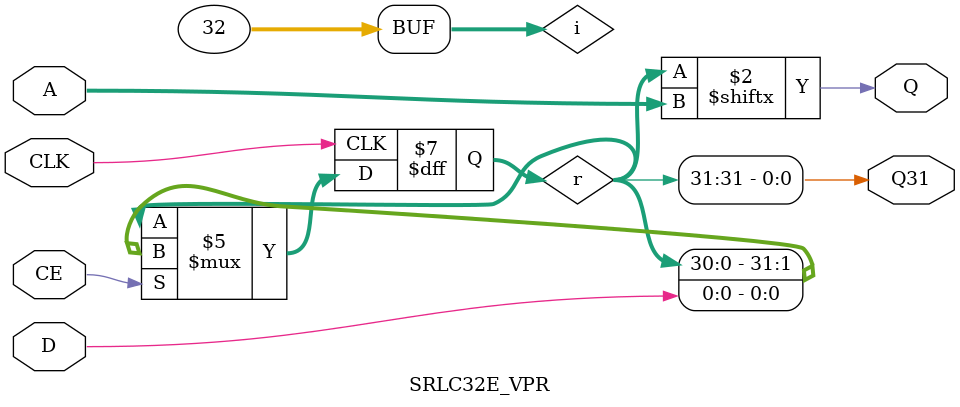
<source format=v>
module SRLC32E_VPR
(
input CLK, CE, D,
input [4:0] A,
output Q, Q31
);
  parameter [64:0] INIT = 64'd0;
  parameter [0:0] IS_CLK_INVERTED = 1'b0;
  reg [31:0] r;
  integer i;
  initial for (i=0; i<32; i=i+1)
    r[i] <= INIT[2*i];
  assign Q31 = r[31];
  assign Q = r[A];
  generate begin
    if (IS_CLK_INVERTED) begin
      always @(negedge CLK) if (CE) r <= { r[30:0], D };
    end else begin
      always @(posedge CLK) if (CE) r <= { r[30:0], D };
    end
  end endgenerate
endmodule
</source>
